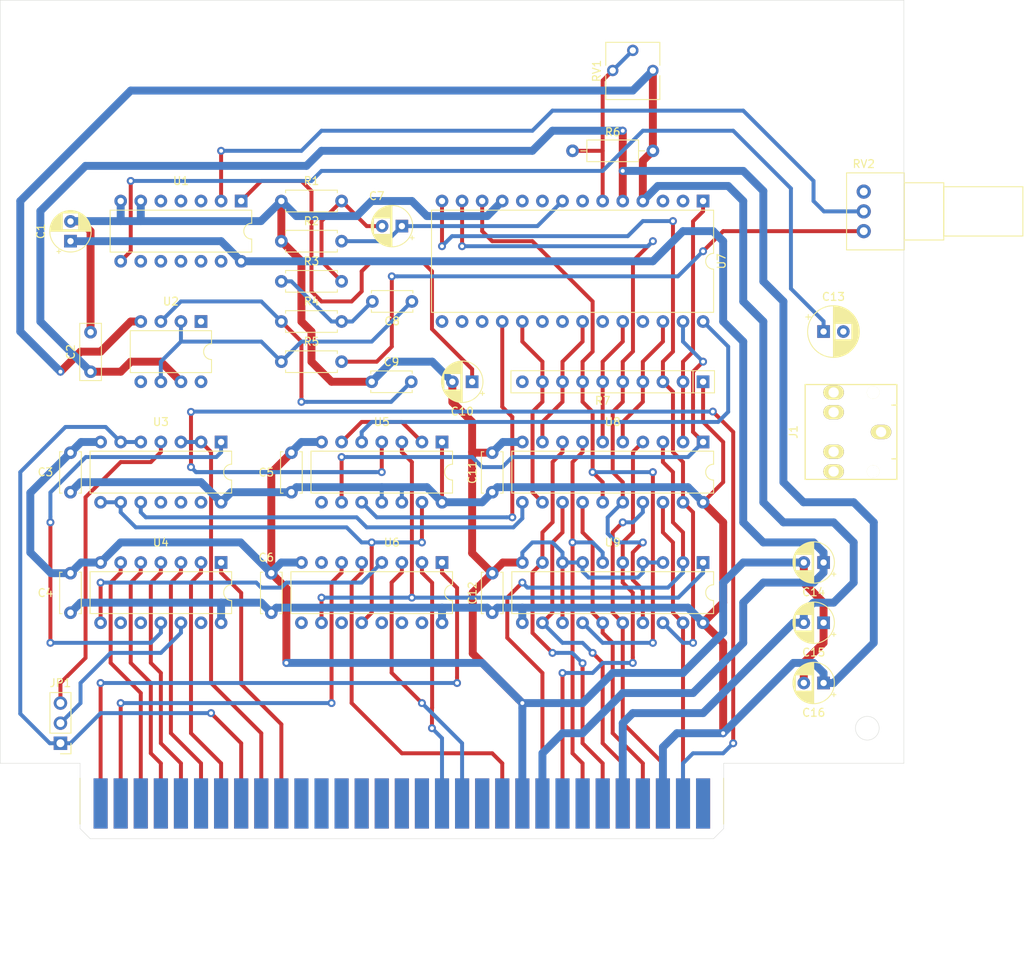
<source format=kicad_pcb>
(kicad_pcb (version 20211014) (generator pcbnew)

  (general
    (thickness 1.6)
  )

  (paper "A4")
  (layers
    (0 "F.Cu" signal)
    (31 "B.Cu" signal)
    (32 "B.Adhes" user "B.Adhesive")
    (33 "F.Adhes" user "F.Adhesive")
    (34 "B.Paste" user)
    (35 "F.Paste" user)
    (36 "B.SilkS" user "B.Silkscreen")
    (37 "F.SilkS" user "F.Silkscreen")
    (38 "B.Mask" user)
    (39 "F.Mask" user)
    (40 "Dwgs.User" user "User.Drawings")
    (41 "Cmts.User" user "User.Comments")
    (42 "Eco1.User" user "User.Eco1")
    (43 "Eco2.User" user "User.Eco2")
    (44 "Edge.Cuts" user)
    (45 "Margin" user)
    (46 "B.CrtYd" user "B.Courtyard")
    (47 "F.CrtYd" user "F.Courtyard")
    (48 "B.Fab" user)
    (49 "F.Fab" user)
  )

  (setup
    (pad_to_mask_clearance 0.051)
    (solder_mask_min_width 0.25)
    (pcbplotparams
      (layerselection 0x00010fc_ffffffff)
      (disableapertmacros false)
      (usegerberextensions false)
      (usegerberattributes false)
      (usegerberadvancedattributes false)
      (creategerberjobfile false)
      (svguseinch false)
      (svgprecision 6)
      (excludeedgelayer true)
      (plotframeref false)
      (viasonmask false)
      (mode 1)
      (useauxorigin false)
      (hpglpennumber 1)
      (hpglpenspeed 20)
      (hpglpendiameter 15.000000)
      (dxfpolygonmode true)
      (dxfimperialunits true)
      (dxfusepcbnewfont true)
      (psnegative false)
      (psa4output false)
      (plotreference true)
      (plotvalue true)
      (plotinvisibletext false)
      (sketchpadsonfab false)
      (subtractmaskfromsilk false)
      (outputformat 1)
      (mirror false)
      (drillshape 1)
      (scaleselection 1)
      (outputdirectory "")
    )
  )

  (net 0 "")
  (net 1 "/ISA BUS/ISA_A0")
  (net 2 "/ISA BUS/ISA_A1")
  (net 3 "Net-(BUS1-Pad60)")
  (net 4 "Net-(BUS1-Pad59)")
  (net 5 "Net-(BUS1-Pad58)")
  (net 6 "Net-(BUS1-Pad57)")
  (net 7 "Net-(BUS1-Pad56)")
  (net 8 "Net-(BUS1-Pad55)")
  (net 9 "Net-(BUS1-Pad54)")
  (net 10 "Net-(BUS1-Pad53)")
  (net 11 "unconnected-(BUS1-Pad52)")
  (net 12 "unconnected-(BUS1-Pad51)")
  (net 13 "unconnected-(BUS1-Pad50)")
  (net 14 "unconnected-(BUS1-Pad49)")
  (net 15 "unconnected-(BUS1-Pad48)")
  (net 16 "unconnected-(BUS1-Pad47)")
  (net 17 "unconnected-(BUS1-Pad46)")
  (net 18 "unconnected-(BUS1-Pad45)")
  (net 19 "unconnected-(BUS1-Pad44)")
  (net 20 "unconnected-(BUS1-Pad43)")
  (net 21 "/ISA BUS/ISA_AEN")
  (net 22 "unconnected-(BUS1-Pad41)")
  (net 23 "Net-(BUS1-Pad40)")
  (net 24 "Net-(BUS1-Pad39)")
  (net 25 "Net-(BUS1-Pad38)")
  (net 26 "Net-(BUS1-Pad37)")
  (net 27 "Net-(BUS1-Pad36)")
  (net 28 "Net-(BUS1-Pad35)")
  (net 29 "Net-(BUS1-Pad34)")
  (net 30 "Net-(BUS1-Pad33)")
  (net 31 "unconnected-(BUS1-Pad32)")
  (net 32 "GND")
  (net 33 "unconnected-(BUS1-Pad31)")
  (net 34 "VCC")
  (net 35 "unconnected-(BUS1-Pad30)")
  (net 36 "unconnected-(BUS1-Pad29)")
  (net 37 "unconnected-(BUS1-Pad28)")
  (net 38 "unconnected-(BUS1-Pad27)")
  (net 39 "unconnected-(BUS1-Pad26)")
  (net 40 "unconnected-(BUS1-Pad25)")
  (net 41 "unconnected-(BUS1-Pad24)")
  (net 42 "unconnected-(BUS1-Pad23)")
  (net 43 "unconnected-(BUS1-Pad22)")
  (net 44 "unconnected-(BUS1-Pad21)")
  (net 45 "unconnected-(BUS1-Pad20)")
  (net 46 "unconnected-(BUS1-Pad19)")
  (net 47 "unconnected-(BUS1-Pad18)")
  (net 48 "unconnected-(BUS1-Pad17)")
  (net 49 "unconnected-(BUS1-Pad16)")
  (net 50 "unconnected-(BUS1-Pad15)")
  (net 51 "/ISA BUS/ISA_IOR")
  (net 52 "/ISA BUS/ISA_IOW")
  (net 53 "+12V")
  (net 54 "unconnected-(BUS1-Pad12)")
  (net 55 "unconnected-(BUS1-Pad11)")
  (net 56 "unconnected-(BUS1-Pad8)")
  (net 57 "-5V")
  (net 58 "unconnected-(BUS1-Pad7)")
  (net 59 "Net-(BUS1-Pad2)")
  (net 60 "Net-(C7-Pad2)")
  (net 61 "Net-(C7-Pad1)")
  (net 62 "Net-(JP1-Pad3)")
  (net 63 "Net-(C8-Pad2)")
  (net 64 "Net-(C9-Pad2)")
  (net 65 "Net-(C8-Pad1)")
  (net 66 "Net-(R5-Pad1)")
  (net 67 "VSP_D4")
  (net 68 "VSP_D3")
  (net 69 "VSP_D2")
  (net 70 "VSP_D5")
  (net 71 "VSP_D6")
  (net 72 "VSP_D1")
  (net 73 "VSP_D0")
  (net 74 "VSP_D7")
  (net 75 "Net-(RV2-Pad2)")
  (net 76 "Net-(C13-Pad1)")
  (net 77 "Net-(C10-Pad1)")
  (net 78 "unconnected-(BUS1-Pad6)")
  (net 79 "unconnected-(BUS1-Pad4)")
  (net 80 "unconnected-(BUS1-Pad1)")
  (net 81 "unconnected-(J1-Pad4)")
  (net 82 "Net-(U3-Pad10)")
  (net 83 "Net-(U3-Pad1)")
  (net 84 "Net-(U4-Pad8)")
  (net 85 "Net-(U5-Pad2)")
  (net 86 "~{VSP_RS}")
  (net 87 "~{VSP_RDY}")
  (net 88 "~{VSP_WS}")
  (net 89 "unconnected-(J1-Pad3)")
  (net 90 "unconnected-(R7-Pad10)")
  (net 91 "unconnected-(U2-Pad8)")
  (net 92 "unconnected-(U2-Pad5)")
  (net 93 "unconnected-(U2-Pad1)")
  (net 94 "unconnected-(U3-Pad13)")
  (net 95 "unconnected-(U3-Pad12)")
  (net 96 "unconnected-(U3-Pad11)")
  (net 97 "unconnected-(U5-Pad8)")
  (net 98 "unconnected-(U6-Pad15)")
  (net 99 "unconnected-(U6-Pad7)")
  (net 100 "unconnected-(U6-Pad14)")
  (net 101 "unconnected-(U6-Pad13)")
  (net 102 "unconnected-(U6-Pad11)")
  (net 103 "unconnected-(U6-Pad9)")
  (net 104 "unconnected-(U7-Pad25)")
  (net 105 "unconnected-(U7-Pad10)")
  (net 106 "unconnected-(U7-Pad23)")
  (net 107 "Net-(C13-Pad2)")
  (net 108 "unconnected-(U7-Pad9)")
  (net 109 "unconnected-(U7-Pad21)")
  (net 110 "unconnected-(U7-Pad7)")
  (net 111 "unconnected-(U7-Pad20)")
  (net 112 "Net-(JP1-Pad2)")
  (net 113 "/ISA BUS/~{WR}")
  (net 114 "/ISA BUS/~{RD}")
  (net 115 "unconnected-(U7-Pad17)")
  (net 116 "unconnected-(U7-Pad3)")
  (net 117 "unconnected-(U7-Pad16)")
  (net 118 "unconnected-(U7-Pad2)")
  (net 119 "Net-(R6-Pad1)")
  (net 120 "unconnected-(U7-Pad15)")

  (footprint "Echo PC2:BUS_PC" (layer "F.Cu") (at 137.16 139.7))

  (footprint "Capacitor_THT:CP_Radial_D5.0mm_P2.50mm" (layer "F.Cu") (at 57.15 68.58 90))

  (footprint "Capacitor_THT:C_Disc_D5.0mm_W2.5mm_P5.00mm" (layer "F.Cu") (at 57.15 100.33 90))

  (footprint "Capacitor_THT:C_Disc_D5.0mm_W2.5mm_P5.00mm" (layer "F.Cu") (at 57.15 115.57 90))

  (footprint "Capacitor_THT:C_Disc_D5.0mm_W2.5mm_P5.00mm" (layer "F.Cu") (at 85.09 100.33 90))

  (footprint "Capacitor_THT:CP_Radial_D5.0mm_P2.50mm" (layer "F.Cu") (at 99.06 66.675 180))

  (footprint "Capacitor_THT:C_Disc_D5.0mm_W2.5mm_P5.00mm" (layer "F.Cu") (at 110.49 115.57 90))

  (footprint "Capacitor_THT:CP_Radial_D5.0mm_P2.50mm" (layer "F.Cu") (at 152.4 109.22 180))

  (footprint "Capacitor_THT:CP_Radial_D5.0mm_P2.50mm" (layer "F.Cu") (at 152.4 124.46 180))

  (footprint "Resistor_THT:R_Axial_DIN0207_L6.3mm_D2.5mm_P7.62mm_Horizontal" (layer "F.Cu") (at 83.82 68.58))

  (footprint "Resistor_THT:R_Axial_DIN0207_L6.3mm_D2.5mm_P7.62mm_Horizontal" (layer "F.Cu") (at 83.82 73.66))

  (footprint "Resistor_THT:R_Axial_DIN0207_L6.3mm_D2.5mm_P7.62mm_Horizontal" (layer "F.Cu") (at 83.82 78.74))

  (footprint "Resistor_THT:R_Array_SIP10" (layer "F.Cu") (at 137.16 86.36 180))

  (footprint "Package_DIP:DIP-8_W7.62mm" (layer "F.Cu") (at 73.66 78.74 -90))

  (footprint "Package_DIP:DIP-14_W7.62mm" (layer "F.Cu") (at 76.2 93.98 -90))

  (footprint "Package_DIP:DIP-14_W7.62mm" (layer "F.Cu") (at 76.2 109.22 -90))

  (footprint "Package_DIP:DIP-14_W7.62mm" (layer "F.Cu") (at 104.14 93.98 -90))

  (footprint "Package_DIP:DIP-28_W15.24mm" (layer "F.Cu") (at 137.16 63.5 -90))

  (footprint "Package_DIP:DIP-20_W7.62mm" (layer "F.Cu") (at 137.16 109.22 -90))

  (footprint "Package_DIP:DIP-20_W7.62mm" (layer "F.Cu") (at 137.16 93.98 -90))

  (footprint "Capacitor_THT:C_Disc_D5.0mm_W2.5mm_P5.00mm" (layer "F.Cu") (at 100.33 76.2 180))

  (footprint "Capacitor_THT:C_Disc_D5.0mm_W2.5mm_P5.00mm" (layer "F.Cu") (at 95.25 86.36))

  (footprint "Package_DIP:DIP-16_W7.62mm" (layer "F.Cu") (at 104.14 109.22 -90))

  (footprint "Potentiometer_THT:Potentiometer_Vishay_T73YP_Vertical" (layer "F.Cu") (at 130.81 46.99 90))

  (footprint "Capacitor_THT:C_Disc_D5.0mm_W2.5mm_P5.00mm" (layer "F.Cu") (at 82.55 115.57 90))

  (footprint "Capacitor_THT:C_Disc_D5.0mm_W2.5mm_P5.00mm" (layer "F.Cu") (at 110.49 100.33 90))

  (footprint "Potentiometer_THT:Potentiometer_Alps_RK097_Single_Horizontal" (layer "F.Cu")
    (tedit 5A3D4993) (tstamp 00000000-0000-0000-0000-00005ff90fd6)
    (at 157.48 67.31)
    (descr "Potentiometer, horizontal, Alps RK097 Single, http://www.alps.com/prod/info/E/HTML/Potentiometer/RotaryPotentiometers/RK097/RK097_list.html")
    (tags "Potentiometer horizontal Alps RK097 Single")
    (property "Sheetfile" "vsp.kicad_sch")
    (property "Sheetname" "VSP")
    (path "/00000000-0000-0000-0000-00005c4ca9a3/00000000-0000-0000-0000-00005d9fd449")
    (attr through_hole)
    (fp_text reference "RV2" (at 0 -8.5) (layer "F.SilkS")
      (effects (font (size 1 1) (thickness 0.15)))
      (tstamp 6b784f86-abed-4400-8c08-02bdc3837e2d)
    )
    (fp_text value "10K" (at 0 3.5) (layer "F.Fab")
      (effects (font (size 1 1) (thickness 0.15)))
      (tstamp fa260e54-ad2f-4862-92c2-b1f96e78273b)
    )
    (fp_text user "${REFERENCE}" (at 1.475 -2.5) (layer "F.Fab")
      (effects (font (size 1 1) (thickness 0.15)))
      (tstamp 2e03be00-a61f-4880-8dc5-3514d0b19c70)
    )
    (fp_line (start 10.12 -5.62) (end 20.12 -5.62) (layer "F.SilkS") (width 0.12) (tstamp 0111a105-d925-4f85-a068-1c7b71c06939))
    (fp_line (start 10.12 0.62) (end 20.12 0.62) (layer "F.SilkS") (width 0.12) (tstamp 01a7962b-2420-45ea-b80b-3c6e7d35514c))
    (fp_line (start 5.12 1.12) (end 10.12 1.12) (layer "F.SilkS") (width 0.12) (tstamp 11c697b4-6101-4618-96a8-0f4eb9427f20))
    (fp_line (start 10.12 -6.12) (end 10.12 1.12) (layer "F.SilkS") (width 0.12) (tstamp 29c0fa75-edf9-49d9-ac85-23d93e5af4b3))
    (fp_line (start 5.12 -7.37) (end 5.12 2.37) (layer "F.SilkS") (width 0.12) (tstamp 5b98b883-d327-44a1-bc09-3f6fe36437c6))
    (fp_line (start 20.12 -5.62) (end 20.12 0.62) (layer "F.SilkS") (width 0.12) (tstamp 720899b9-129f-4b98-8b89-fd7e79bf3034))
    (fp_line (start -2.17 -7.37) (end 5.12 -7.37) (layer "F.SilkS") (width 0.12) (tstamp 7484ff99-8411-43e4-8514-b6349d1524ec))
    (fp_line (start 5.12 -6.12) (end 10.12 -6.12) (layer "F.SilkS") (width 0.12) (tstamp 99a4f877-e177-4e0b-b58d-ca103d0d97de))
    (fp_line (start 5.12 -6.12) (end 5.12 1.12) (layer "F.SilkS") (width 0.12) (tstamp a8eec840-e978-4159-8db2-2896cdc7fded))
    (fp_line (start -2.17 2.37) (end 5.12 2.37) (layer "F.SilkS") (width 0.12) (tstamp d68cd678-0950-4849-8c8c-6bfdccbeb351))
    (fp_line (start -2.17 -7.37) (end -2.17 2.37) (layer "F.SilkS") (width 0.12) (tstamp d6a52d25-76f0-4351-a123-75172103855f))
    (fp_line (start 10.12 -5.62) (end 10.12 0.62) (layer "F.SilkS") (width 0.12) (tstamp f6f1af06-0482-4821-ac1c-4a67a409b9a8))
    (fp_line (start -2.3 2.5) (end 20.25 2.5) (layer "F.CrtYd") (width 0.05) (tstamp 01ba2ec5-e574-4877-b69a-5550e17b0066))
    (fp_line (start -2.3 -7.5) (end -2.3 2.5) (layer "F.CrtYd") (width 0.05) (tstamp 26b156b2-d49a-4e40-abc9-7ec7d59abb54))
    (fp_line (start 20.25 2.5) (end 20.25 -7.5) (layer "F.CrtYd") (width 0.05) (tstamp c576027e-dca2-4789-80df-bc9001c07921))
    (fp_line (start 20.25 -7.5) (end -2.3 -7.5) (layer "F.CrtYd") (width 0.05) (tstamp df78b7be-c509-47f7-a4fd-737e8088025f))
    (fp_line (start 5 -6) (end 5 1) (layer "F.Fab") (width 0.1) (tstamp 139803a9-9076-49fd-b974-813ded6847b7))
    (fp_line (start -2.05 -7.25) (end -2.05 2.25) (layer "F.Fab") (width 0.1) (tstamp 17cf2758-3735-44fd-8c8e-d7dc29302eea))
    (fp_line (start 5 2.25) (end 5 -7.25) (layer "F.Fab") (width 0.1) (tstamp 358bf607-d691-4cc3-af43-4496c35b4ada))
    (fp_line (start 20 -5.5) (end 10 -5.5) (layer "F.Fab") (width 0.1) (tstamp 5605fe85-a3fd-48d3-ad99-ce7edf4fdd45))
    (fp_line (start 10 0.5) (end 20 0.5) (layer "F.Fab") (width 0.1) (tstamp 7c3153d8-e843-4bc7-9f82-fe49c746f5df))
    (fp_line (start 10 -6) (end 5 -6) (layer "F.Fab") (width 0.1) (tstamp 7e9f24b3-435d-4e69-b7df-357229ce6a29))
    (fp_line (start -2.05 2.25) (end 5 2.25) (layer "F.Fab") (width 0.1) (tstamp a43d92f3-5b54-4c67-a0c5-9882fb91b5df))
    (fp_line (start 5 1) (end 10 1) (layer "F.Fab") (width 0.1) (tstamp b613d511-b115-49f9-8aec-f263ca8bf665))
    (fp_line (start 5 -7.25) (end -2.05 -7.25) (layer "F.Fab") (width 0.1) (tstamp c03f7be5-29ab-4060-a9a3-19a79eb6b223))
    (fp_line (start 10 1) (end 10 -6) (layer "F.Fab") (width 0.1) (tstamp c0c2b2d9-f6ab-4770-9ac1-f68c15d890c6))
    (fp_line (start 20 0.5) (end 20 -5.5) (layer "F.Fab") (width 0.1) (tstamp dd69800b-891b-4abd-bd4d-cd7f503ad5b6))
    (fp_line (start 10 -5.5) (end 10 0.5) (layer "F.Fab") (width 0.1) (tstamp f92db54d-9a06-4397-8dbc-67c64e705498))
    (pad "1" thru_
... [182155 chars truncated]
</source>
